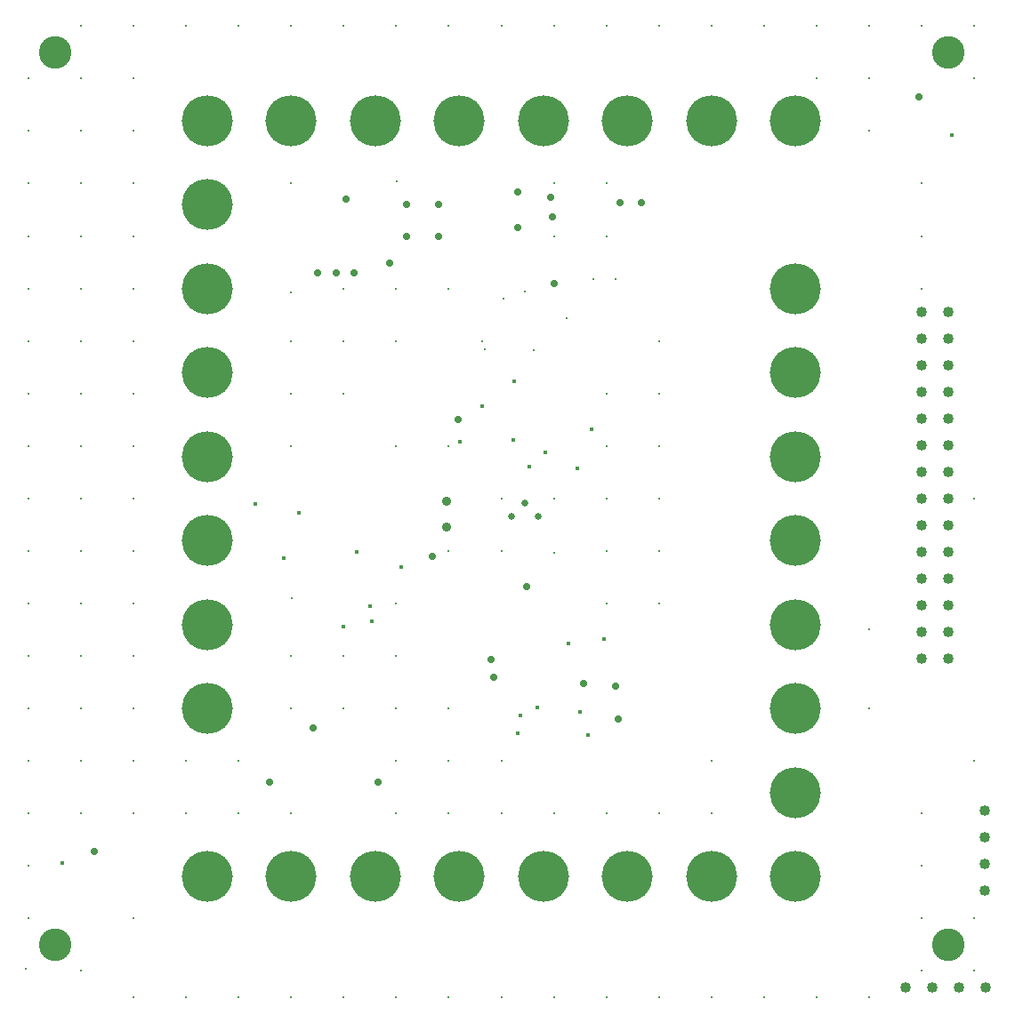
<source format=gbr>
%TF.GenerationSoftware,Altium Limited,Altium Designer,23.9.2 (47)*%
G04 Layer_Color=0*
%FSLAX25Y25*%
%MOIN*%
%TF.SameCoordinates,F944BC78-FABB-4A85-9D96-7E9E55BFA98D*%
%TF.FilePolarity,Positive*%
%TF.FileFunction,Plated,1,4,PTH,Drill*%
%TF.Part,Single*%
G01*
G75*
%TA.AperFunction,ComponentDrill*%
%ADD104C,0.04016*%
%TA.AperFunction,OtherDrill,Pad Free-MH3 (1870.079mil,1870.079mil)*%
%ADD105C,0.12205*%
%TA.AperFunction,OtherDrill,Pad Free-MH2 (-1476.378mil,1870.079mil)*%
%ADD106C,0.12205*%
%TA.AperFunction,OtherDrill,Pad Free-MH1 (-1476.378mil,-1476.378mil)*%
%ADD107C,0.12205*%
%TA.AperFunction,OtherDrill,Pad Free-MH (1870.079mil,-1476.378mil)*%
%ADD108C,0.12205*%
%TA.AperFunction,ComponentDrill*%
%ADD109C,0.03543*%
%ADD110C,0.19095*%
%ADD111C,0.19095*%
%ADD112C,0.04016*%
%ADD113C,0.02559*%
%TA.AperFunction,ViaDrill,NotFilled*%
%ADD114C,0.01575*%
%ADD115C,0.01181*%
%ADD116C,0.02800*%
D104*
X201181Y-163779D02*
D03*
X191181D02*
D03*
X181181D02*
D03*
X171181D02*
D03*
D105*
X187008Y187008D02*
D03*
D106*
X-147638D02*
D03*
D107*
Y-147638D02*
D03*
D108*
X187008D02*
D03*
D109*
X-984Y18701D02*
D03*
Y8858D02*
D03*
D110*
X129921Y66929D02*
D03*
Y35433D02*
D03*
Y3937D02*
D03*
Y-27559D02*
D03*
Y-59055D02*
D03*
Y-90551D02*
D03*
Y-122047D02*
D03*
X-90551Y66929D02*
D03*
Y98425D02*
D03*
Y-27559D02*
D03*
Y3937D02*
D03*
Y35433D02*
D03*
Y129921D02*
D03*
X129921Y161417D02*
D03*
X-90551Y-59055D02*
D03*
X129921Y98425D02*
D03*
D111*
X-27559Y161417D02*
D03*
X-59055D02*
D03*
X66929D02*
D03*
X98425D02*
D03*
X35433D02*
D03*
X3937D02*
D03*
X-90551D02*
D03*
X-27559Y-122047D02*
D03*
X-59055D02*
D03*
X66929D02*
D03*
X98425D02*
D03*
X35433D02*
D03*
X3937D02*
D03*
X-90551D02*
D03*
D112*
X200787Y-127284D02*
D03*
Y-117283D02*
D03*
Y-107283D02*
D03*
Y-97284D02*
D03*
X187165Y59701D02*
D03*
X177165Y-30299D02*
D03*
X187165Y69701D02*
D03*
X177165Y-40299D02*
D03*
X187165D02*
D03*
Y-30299D02*
D03*
Y-20299D02*
D03*
Y-10299D02*
D03*
Y-299D02*
D03*
Y9701D02*
D03*
Y19701D02*
D03*
Y29701D02*
D03*
Y39701D02*
D03*
Y49701D02*
D03*
X177165Y-20299D02*
D03*
Y-10299D02*
D03*
Y-299D02*
D03*
Y9701D02*
D03*
Y19701D02*
D03*
Y29701D02*
D03*
Y39701D02*
D03*
Y49701D02*
D03*
Y59701D02*
D03*
Y69701D02*
D03*
Y79701D02*
D03*
Y89701D02*
D03*
X187165Y79701D02*
D03*
Y89701D02*
D03*
D113*
X28465Y17795D02*
D03*
X33465Y12795D02*
D03*
X23465D02*
D03*
D114*
X33071Y-58661D02*
D03*
X26772Y-61811D02*
D03*
X25984Y-68504D02*
D03*
X188583Y155905D02*
D03*
X49213Y-60236D02*
D03*
X44882Y-34646D02*
D03*
X58268Y-33071D02*
D03*
X-17717Y-5906D02*
D03*
X-34350Y-500D02*
D03*
X-56299Y14173D02*
D03*
X-72441Y17717D02*
D03*
X-61811Y-2756D02*
D03*
X-39370Y-28346D02*
D03*
X-28740Y-26378D02*
D03*
X36220Y37008D02*
D03*
X30315Y31496D02*
D03*
X48031Y31102D02*
D03*
X24409Y63779D02*
D03*
X53543Y45669D02*
D03*
X24016Y41732D02*
D03*
X4339Y41114D02*
D03*
X12598Y54331D02*
D03*
X-144882Y-116929D02*
D03*
X52165Y-68898D02*
D03*
X-29331Y-20866D02*
D03*
D115*
X19685Y-78740D02*
D03*
X-157480Y-118110D02*
D03*
X-118170Y-137758D02*
D03*
X157480Y-29528D02*
D03*
Y-59055D02*
D03*
X196850Y19685D02*
D03*
X177165Y98425D02*
D03*
Y118110D02*
D03*
Y137795D02*
D03*
X157480Y157480D02*
D03*
X196850Y-78740D02*
D03*
X177165Y-98425D02*
D03*
Y-118110D02*
D03*
X196850Y-157480D02*
D03*
Y-137795D02*
D03*
X177165D02*
D03*
Y-157480D02*
D03*
X157480Y-167323D02*
D03*
X137795D02*
D03*
X118110D02*
D03*
X98425D02*
D03*
X78740D02*
D03*
X59055D02*
D03*
X39370D02*
D03*
X19685D02*
D03*
X0D02*
D03*
X-19685D02*
D03*
X-39370D02*
D03*
X-59055D02*
D03*
X-78740D02*
D03*
X-98425D02*
D03*
X-118110D02*
D03*
X-137795Y-157480D02*
D03*
X-158509Y-156859D02*
D03*
X-157480Y-137795D02*
D03*
X137795Y177165D02*
D03*
X157480D02*
D03*
X196850D02*
D03*
Y196850D02*
D03*
X177165D02*
D03*
X157480D02*
D03*
X137795D02*
D03*
X118110D02*
D03*
X98425D02*
D03*
X78740D02*
D03*
X59055D02*
D03*
X19685D02*
D03*
X39370D02*
D03*
X0D02*
D03*
X-19685D02*
D03*
X-39370D02*
D03*
X-59055D02*
D03*
X-78740D02*
D03*
X-98425D02*
D03*
X-137795D02*
D03*
X-118110D02*
D03*
X59055Y137795D02*
D03*
Y118110D02*
D03*
X39370D02*
D03*
Y137795D02*
D03*
X-19653Y138775D02*
D03*
X-59055Y137795D02*
D03*
X-59117Y96792D02*
D03*
X-39370Y98425D02*
D03*
X-19685D02*
D03*
X0D02*
D03*
X-19685Y78740D02*
D03*
X-39370Y59055D02*
D03*
Y78740D02*
D03*
X-59055D02*
D03*
Y59055D02*
D03*
Y39370D02*
D03*
X-58740Y-17723D02*
D03*
X-19685Y-39370D02*
D03*
Y-19685D02*
D03*
Y39370D02*
D03*
X0D02*
D03*
Y0D02*
D03*
X19685D02*
D03*
Y19685D02*
D03*
X39370D02*
D03*
X39626Y-742D02*
D03*
X59055Y-19685D02*
D03*
Y0D02*
D03*
Y19685D02*
D03*
Y39370D02*
D03*
Y59055D02*
D03*
X78740Y78740D02*
D03*
Y59055D02*
D03*
Y39370D02*
D03*
Y19685D02*
D03*
Y0D02*
D03*
Y-19685D02*
D03*
X98425Y-78740D02*
D03*
Y-98425D02*
D03*
X78740D02*
D03*
X59055D02*
D03*
X39370D02*
D03*
X19685D02*
D03*
X0Y-59055D02*
D03*
Y-78740D02*
D03*
Y-98425D02*
D03*
X-19685D02*
D03*
Y-78740D02*
D03*
Y-59055D02*
D03*
X-39370D02*
D03*
Y-39370D02*
D03*
X-59055D02*
D03*
Y-59055D02*
D03*
X-78740Y-78740D02*
D03*
X-98425D02*
D03*
X-59055Y-98425D02*
D03*
X-78740D02*
D03*
X-98425D02*
D03*
X-118110D02*
D03*
X-137795D02*
D03*
X-157480D02*
D03*
Y-78740D02*
D03*
X-137795D02*
D03*
X-118110D02*
D03*
Y-59055D02*
D03*
X-137795D02*
D03*
X-157480D02*
D03*
Y-39370D02*
D03*
X-137795D02*
D03*
X-118110D02*
D03*
Y-19685D02*
D03*
X-137795D02*
D03*
X-157480D02*
D03*
Y0D02*
D03*
X-137795D02*
D03*
X-118110D02*
D03*
Y19685D02*
D03*
X-137795D02*
D03*
X-157480D02*
D03*
Y39370D02*
D03*
X-137795D02*
D03*
X-118110D02*
D03*
Y59055D02*
D03*
X-137795D02*
D03*
X-157480D02*
D03*
Y78740D02*
D03*
X-137795D02*
D03*
X-118110D02*
D03*
Y98425D02*
D03*
X-137795D02*
D03*
X-157480D02*
D03*
Y118110D02*
D03*
X-137795D02*
D03*
X-118110D02*
D03*
Y137795D02*
D03*
X-137795D02*
D03*
X-157480D02*
D03*
Y177165D02*
D03*
X-137795D02*
D03*
X-118110D02*
D03*
Y157480D02*
D03*
X-137795D02*
D03*
X-157480D02*
D03*
X31789Y75249D02*
D03*
X20472Y94488D02*
D03*
X13386Y75590D02*
D03*
X12598Y78740D02*
D03*
X54331Y101969D02*
D03*
X62598D02*
D03*
X28346Y97244D02*
D03*
X44094Y87402D02*
D03*
D116*
X-132677Y-112598D02*
D03*
X176108Y170230D02*
D03*
X29134Y-13386D02*
D03*
X-6299Y-1969D02*
D03*
X72047Y130709D02*
D03*
X64173D02*
D03*
X15748Y-40551D02*
D03*
X25984Y121260D02*
D03*
Y134646D02*
D03*
X-26378Y-86614D02*
D03*
X-67323D02*
D03*
X-50787Y-66535D02*
D03*
X39370Y100394D02*
D03*
X62598Y-50787D02*
D03*
X50394Y-49606D02*
D03*
X63386Y-62992D02*
D03*
X3543Y49213D02*
D03*
X38976Y125197D02*
D03*
X38189Y132677D02*
D03*
X-38386Y131890D02*
D03*
X-42323Y104331D02*
D03*
X-49213D02*
D03*
X-35433D02*
D03*
X-22138Y107802D02*
D03*
X-3937Y118110D02*
D03*
X-15748D02*
D03*
Y129921D02*
D03*
X-3937D02*
D03*
X16732Y-47244D02*
D03*
%TF.MD5,81bfd19fd0252712673c7f4b6606cca4*%
M02*

</source>
